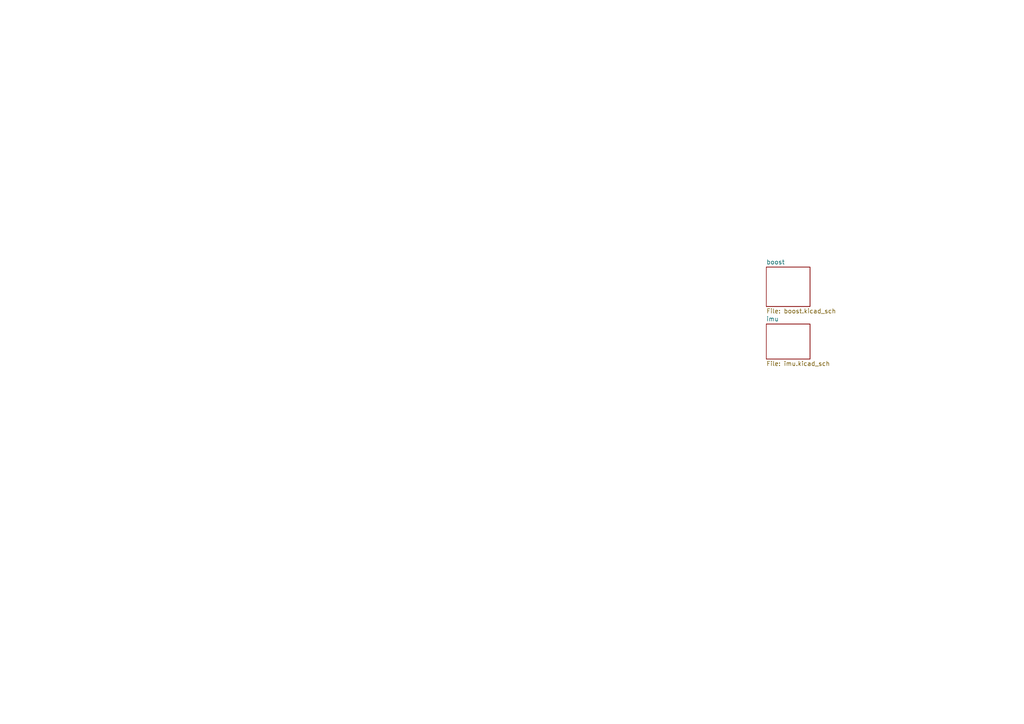
<source format=kicad_sch>
(kicad_sch
	(version 20231120)
	(generator "eeschema")
	(generator_version "8.0")
	(uuid "55c0a6b2-6fc9-44ca-8d10-659d11d090d5")
	(paper "A4")
	(lib_symbols)
	(sheet
		(at 222.25 93.98)
		(size 12.7 10.16)
		(fields_autoplaced yes)
		(stroke
			(width 0.1524)
			(type solid)
		)
		(fill
			(color 0 0 0 0.0000)
		)
		(uuid "9aa552d8-bbd3-4b10-a053-a40eefc70072")
		(property "Sheetname" "imu"
			(at 222.25 93.2684 0)
			(effects
				(font
					(size 1.27 1.27)
				)
				(justify left bottom)
			)
		)
		(property "Sheetfile" "imu.kicad_sch"
			(at 222.25 104.7246 0)
			(effects
				(font
					(size 1.27 1.27)
				)
				(justify left top)
			)
		)
		(instances
			(project "main"
				(path "/55c0a6b2-6fc9-44ca-8d10-659d11d090d5"
					(page "3")
				)
			)
		)
	)
	(sheet
		(at 222.25 77.47)
		(size 12.7 11.43)
		(fields_autoplaced yes)
		(stroke
			(width 0.1524)
			(type solid)
		)
		(fill
			(color 0 0 0 0.0000)
		)
		(uuid "e2785760-ff03-4094-8a17-cb2995826734")
		(property "Sheetname" "boost"
			(at 222.25 76.7584 0)
			(effects
				(font
					(size 1.27 1.27)
				)
				(justify left bottom)
			)
		)
		(property "Sheetfile" "boost.kicad_sch"
			(at 222.25 89.4846 0)
			(effects
				(font
					(size 1.27 1.27)
				)
				(justify left top)
			)
		)
		(instances
			(project "main"
				(path "/55c0a6b2-6fc9-44ca-8d10-659d11d090d5"
					(page "2")
				)
			)
		)
	)
	(sheet_instances
		(path "/"
			(page "1")
		)
	)
)

</source>
